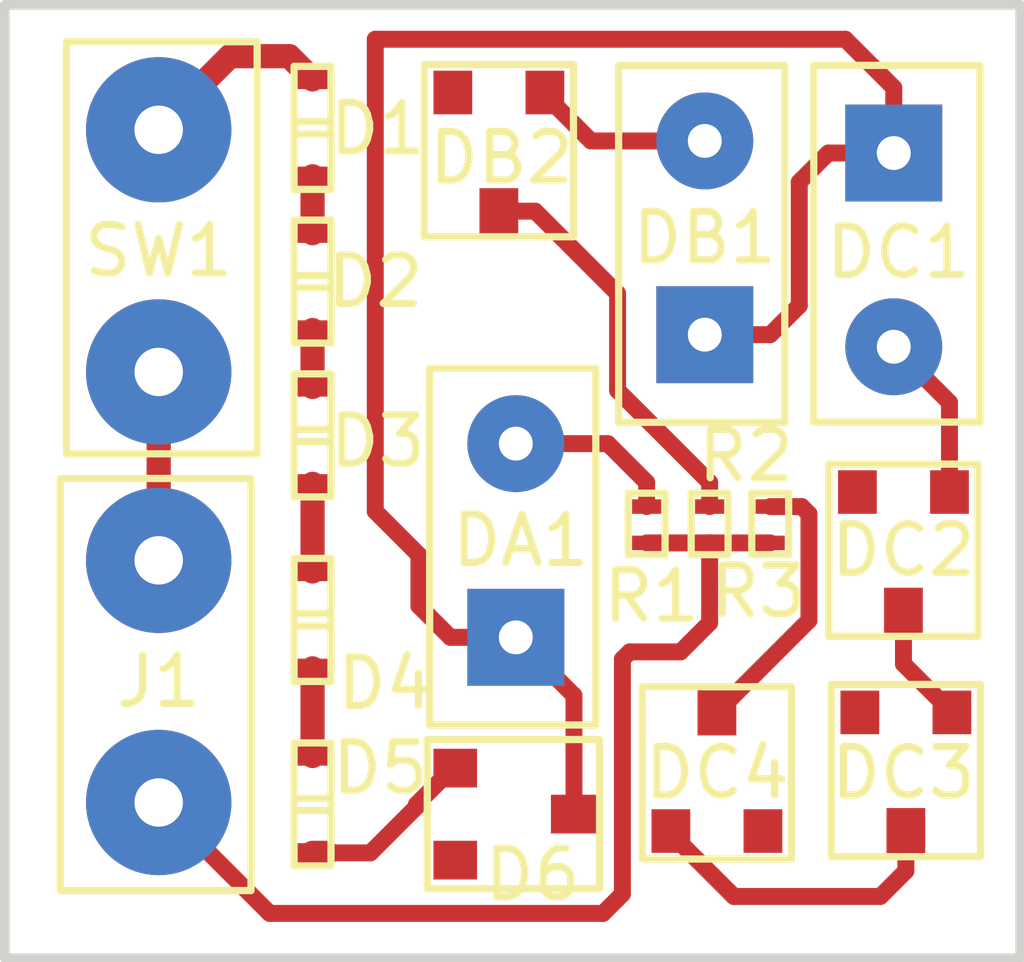
<source format=kicad_pcb>
(kicad_pcb (version 20171130) (host pcbnew "(5.0.1)-3")

  (general
    (thickness 1.6)
    (drawings 4)
    (tracks 64)
    (zones 0)
    (modules 18)
    (nets 17)
  )

  (page A4)
  (layers
    (0 F.Cu signal)
    (31 B.Cu signal)
    (32 B.Adhes user)
    (33 F.Adhes user)
    (34 B.Paste user)
    (35 F.Paste user)
    (36 B.SilkS user)
    (37 F.SilkS user)
    (38 B.Mask user)
    (39 F.Mask user)
    (40 Dwgs.User user)
    (41 Cmts.User user)
    (42 Eco1.User user)
    (43 Eco2.User user)
    (44 Edge.Cuts user)
    (45 Margin user)
    (46 B.CrtYd user)
    (47 F.CrtYd user)
    (48 B.Fab user)
    (49 F.Fab user)
  )

  (setup
    (last_trace_width 0.35)
    (trace_clearance 0.2)
    (zone_clearance 0.508)
    (zone_45_only no)
    (trace_min 0.2)
    (segment_width 0.2)
    (edge_width 0.2)
    (via_size 0.8)
    (via_drill 0.4)
    (via_min_size 0.4)
    (via_min_drill 0.3)
    (uvia_size 0.3)
    (uvia_drill 0.1)
    (uvias_allowed no)
    (uvia_min_size 0.2)
    (uvia_min_drill 0.1)
    (pcb_text_width 0.3)
    (pcb_text_size 1.5 1.5)
    (mod_edge_width 0.15)
    (mod_text_size 1 1)
    (mod_text_width 0.15)
    (pad_size 1.5 1.5)
    (pad_drill 0.6)
    (pad_to_mask_clearance 0)
    (aux_axis_origin 0 0)
    (visible_elements FFFFFF7F)
    (pcbplotparams
      (layerselection 0x010fc_ffffffff)
      (usegerberextensions false)
      (usegerberattributes false)
      (usegerberadvancedattributes false)
      (creategerberjobfile false)
      (excludeedgelayer true)
      (linewidth 0.100000)
      (plotframeref false)
      (viasonmask false)
      (mode 1)
      (useauxorigin false)
      (hpglpennumber 1)
      (hpglpenspeed 20)
      (hpglpendiameter 15.000000)
      (psnegative false)
      (psa4output false)
      (plotreference true)
      (plotvalue true)
      (plotinvisibletext false)
      (padsonsilk false)
      (subtractmaskfromsilk false)
      (outputformat 1)
      (mirror false)
      (drillshape 1)
      (scaleselection 1)
      (outputdirectory ""))
  )

  (net 0 "")
  (net 1 "Net-(D1-Pad1)")
  (net 2 "Net-(D1-Pad2)")
  (net 3 "Net-(D2-Pad1)")
  (net 4 "Net-(D3-Pad1)")
  (net 5 "Net-(D4-Pad1)")
  (net 6 "Net-(D5-Pad1)")
  (net 7 "Net-(D6-Pad2)")
  (net 8 "Net-(DA1-Pad1)")
  (net 9 "Net-(DB1-Pad1)")
  (net 10 "Net-(DB2-Pad2)")
  (net 11 "Net-(DC1-Pad1)")
  (net 12 "Net-(DC2-Pad2)")
  (net 13 "Net-(DC3-Pad2)")
  (net 14 "Net-(DC4-Pad2)")
  (net 15 "Net-(J1-Pad1)")
  (net 16 "Net-(J1-Pad2)")

  (net_class Default "This is the default net class."
    (clearance 0.2)
    (trace_width 0.35)
    (via_dia 0.8)
    (via_drill 0.4)
    (uvia_dia 0.3)
    (uvia_drill 0.1)
    (add_net "Net-(D1-Pad1)")
    (add_net "Net-(D1-Pad2)")
    (add_net "Net-(D2-Pad1)")
    (add_net "Net-(D3-Pad1)")
    (add_net "Net-(D4-Pad1)")
    (add_net "Net-(D5-Pad1)")
    (add_net "Net-(D6-Pad2)")
    (add_net "Net-(DA1-Pad1)")
    (add_net "Net-(DB1-Pad1)")
    (add_net "Net-(DB2-Pad2)")
    (add_net "Net-(DC1-Pad1)")
    (add_net "Net-(DC2-Pad2)")
    (add_net "Net-(DC3-Pad2)")
    (add_net "Net-(DC4-Pad2)")
    (add_net "Net-(J1-Pad1)")
    (add_net "Net-(J1-Pad2)")
  )

  (module "Battery_Power_Level:LW514 (LED 3.2V)" (layer F.Cu) (tedit 5C7E3B46) (tstamp 5C7E3A4C)
    (at 150.3 114.4 90)
    (path /5C7E219C)
    (fp_text reference DA1 (at 0 0.1 180) (layer F.SilkS)
      (effects (font (size 1 1) (thickness 0.15)))
    )
    (fp_text value LED (at 0 -3.683 90) (layer F.Fab) hide
      (effects (font (size 1 1) (thickness 0.15)))
    )
    (fp_line (start -3.81 -1.778) (end -3.556 -1.778) (layer F.SilkS) (width 0.15))
    (fp_line (start -3.81 1.651) (end -3.81 -1.778) (layer F.SilkS) (width 0.15))
    (fp_line (start 3.556 1.651) (end -3.81 1.651) (layer F.SilkS) (width 0.15))
    (fp_line (start 3.556 -1.778) (end 3.556 1.651) (layer F.SilkS) (width 0.15))
    (fp_line (start -3.556 -1.778) (end 3.556 -1.778) (layer F.SilkS) (width 0.15))
    (pad 2 thru_hole rect (at -2 0 90) (size 2 2) (drill 0.7) (layers *.Cu *.Mask)
      (net 7 "Net-(D6-Pad2)"))
    (pad 1 thru_hole circle (at 2 0 90) (size 2 2) (drill 0.7) (layers *.Cu *.Mask)
      (net 8 "Net-(DA1-Pad1)"))
  )

  (module "Battery_Power_Level:MMBD914L (DIODE 0.77V)" (layer F.Cu) (tedit 5C7E3DEC) (tstamp 5C7E4E2B)
    (at 158.3 112.95 180)
    (path /5C7E2B18)
    (fp_text reference DC2 (at 0 -1.65 180) (layer F.SilkS)
      (effects (font (size 1 1) (thickness 0.15)))
    )
    (fp_text value DIODE (at 0 -4.191 180) (layer F.Fab) hide
      (effects (font (size 1 1) (thickness 0.15)))
    )
    (fp_line (start 1.54 -3.429) (end 1.54 0.127) (layer F.SilkS) (width 0.15))
    (fp_line (start -1.54 0.127) (end 1.54 0.127) (layer F.SilkS) (width 0.15))
    (fp_line (start -1.54 -3.429) (end 1.54 -3.429) (layer F.SilkS) (width 0.15))
    (fp_line (start -1.54 0.127) (end -1.54 -3.429) (layer F.SilkS) (width 0.15))
    (pad 1 smd rect (at -0.95 -0.45 180) (size 0.8 0.9) (layers F.Cu F.Paste F.Mask)
      (net 11 "Net-(DC1-Pad1)"))
    (pad NC smd rect (at 0.95 -0.45 180) (size 0.8 0.9) (layers F.Cu F.Paste F.Mask))
    (pad 2 smd rect (at 0 -2.9 180) (size 0.8 0.95) (layers F.Cu F.Paste F.Mask)
      (net 12 "Net-(DC2-Pad2)"))
  )

  (module Battery_Power_Level:Connector (layer F.Cu) (tedit 5C7E397F) (tstamp 5C7E3A98)
    (at 142.93 117.31 270)
    (path /5C7E4112)
    (fp_text reference J1 (at 0 0) (layer F.SilkS)
      (effects (font (size 1 1) (thickness 0.15)))
    )
    (fp_text value Conn_01x02_Male (at 0 -3.429 270) (layer F.Fab) hide
      (effects (font (size 1 1) (thickness 0.15)))
    )
    (fp_line (start -4.191 -1.905) (end 4.318 -1.905) (layer F.SilkS) (width 0.15))
    (fp_line (start 4.318 -1.905) (end 4.318 2.032) (layer F.SilkS) (width 0.15))
    (fp_line (start 4.318 2.032) (end -4.191 2.032) (layer F.SilkS) (width 0.15))
    (fp_line (start -4.191 2.032) (end -4.191 -1.905) (layer F.SilkS) (width 0.15))
    (pad 1 thru_hole circle (at -2.5 0 270) (size 3 3) (drill 1) (layers *.Cu *.Mask)
      (net 15 "Net-(J1-Pad1)"))
    (pad 2 thru_hole circle (at 2.5 0 270) (size 3 3) (drill 1) (layers *.Cu *.Mask)
      (net 16 "Net-(J1-Pad2)"))
  )

  (module "Battery_Power_Level:LTST-C191KGKT (LED 2V)" (layer F.Cu) (tedit 5C7E3FF8) (tstamp 5C7E3A02)
    (at 146.105 105.88 180)
    (path /5C7E1E39)
    (fp_text reference D1 (at -1.345 -0.02 180) (layer F.SilkS)
      (effects (font (size 1 1) (thickness 0.15)))
    )
    (fp_text value LED (at 0 -2.413 180) (layer F.Fab) hide
      (effects (font (size 1 1) (thickness 0.15)))
    )
    (fp_line (start -0.381 -1.27) (end 0.381 -1.27) (layer F.SilkS) (width 0.15))
    (fp_line (start 0.381 -1.27) (end 0.381 1.27) (layer F.SilkS) (width 0.15))
    (fp_line (start 0.381 1.27) (end -0.381 1.27) (layer F.SilkS) (width 0.15))
    (fp_line (start -0.381 1.27) (end -0.381 -1.27) (layer F.SilkS) (width 0.15))
    (fp_line (start -0.381 -0.127) (end 0.381 -0.127) (layer F.SilkS) (width 0.15))
    (fp_line (start 0.381 -0.127) (end 0.381 0.127) (layer F.SilkS) (width 0.15))
    (fp_line (start 0.381 0.127) (end -0.381 0.127) (layer F.SilkS) (width 0.15))
    (pad 1 smd rect (at 0 -1 180) (size 0.8 0.4) (layers F.Cu F.Paste F.Mask)
      (net 1 "Net-(D1-Pad1)"))
    (pad 2 smd rect (at 0 1 180) (size 0.8 0.4) (layers F.Cu F.Paste F.Mask)
      (net 2 "Net-(D1-Pad2)"))
  )

  (module "Battery_Power_Level:LTST-C191KGKT (LED 2V)" (layer F.Cu) (tedit 5C7E3A40) (tstamp 5C7E3A0F)
    (at 146.105 109.055 180)
    (path /5C7E1EB3)
    (fp_text reference D2 (at -1.295 0.005 180) (layer F.SilkS)
      (effects (font (size 1 1) (thickness 0.15)))
    )
    (fp_text value LED (at 0 -2.413 180) (layer F.Fab) hide
      (effects (font (size 1 1) (thickness 0.15)))
    )
    (fp_line (start -0.381 -1.27) (end 0.381 -1.27) (layer F.SilkS) (width 0.15))
    (fp_line (start 0.381 -1.27) (end 0.381 1.27) (layer F.SilkS) (width 0.15))
    (fp_line (start 0.381 1.27) (end -0.381 1.27) (layer F.SilkS) (width 0.15))
    (fp_line (start -0.381 1.27) (end -0.381 -1.27) (layer F.SilkS) (width 0.15))
    (fp_line (start -0.381 -0.127) (end 0.381 -0.127) (layer F.SilkS) (width 0.15))
    (fp_line (start 0.381 -0.127) (end 0.381 0.127) (layer F.SilkS) (width 0.15))
    (fp_line (start 0.381 0.127) (end -0.381 0.127) (layer F.SilkS) (width 0.15))
    (pad 1 smd rect (at 0 -1 180) (size 0.8 0.4) (layers F.Cu F.Paste F.Mask)
      (net 3 "Net-(D2-Pad1)"))
    (pad 2 smd rect (at 0 1 180) (size 0.8 0.4) (layers F.Cu F.Paste F.Mask)
      (net 1 "Net-(D1-Pad1)"))
  )

  (module "Battery_Power_Level:LTST-C191KGKT (LED 2V)" (layer F.Cu) (tedit 5C7E3A55) (tstamp 5C7E3A1C)
    (at 146.105 112.23 180)
    (path /5C7E1F3C)
    (fp_text reference D3 (at -1.345 -0.12 180) (layer F.SilkS)
      (effects (font (size 1 1) (thickness 0.15)))
    )
    (fp_text value LED (at 0 -2.413 180) (layer F.Fab) hide
      (effects (font (size 1 1) (thickness 0.15)))
    )
    (fp_line (start 0.381 0.127) (end -0.381 0.127) (layer F.SilkS) (width 0.15))
    (fp_line (start 0.381 -0.127) (end 0.381 0.127) (layer F.SilkS) (width 0.15))
    (fp_line (start -0.381 -0.127) (end 0.381 -0.127) (layer F.SilkS) (width 0.15))
    (fp_line (start -0.381 1.27) (end -0.381 -1.27) (layer F.SilkS) (width 0.15))
    (fp_line (start 0.381 1.27) (end -0.381 1.27) (layer F.SilkS) (width 0.15))
    (fp_line (start 0.381 -1.27) (end 0.381 1.27) (layer F.SilkS) (width 0.15))
    (fp_line (start -0.381 -1.27) (end 0.381 -1.27) (layer F.SilkS) (width 0.15))
    (pad 2 smd rect (at 0 1 180) (size 0.8 0.4) (layers F.Cu F.Paste F.Mask)
      (net 3 "Net-(D2-Pad1)"))
    (pad 1 smd rect (at 0 -1 180) (size 0.8 0.4) (layers F.Cu F.Paste F.Mask)
      (net 4 "Net-(D3-Pad1)"))
  )

  (module "Battery_Power_Level:LTST-C191KGKT (LED 2V)" (layer F.Cu) (tedit 5C7E3A63) (tstamp 5C7E3A29)
    (at 146.105 116.04 180)
    (path /5C7E1FC0)
    (fp_text reference D4 (at -1.495 -1.31 180) (layer F.SilkS)
      (effects (font (size 1 1) (thickness 0.15)))
    )
    (fp_text value LED (at 0 -2.413 180) (layer F.Fab) hide
      (effects (font (size 1 1) (thickness 0.15)))
    )
    (fp_line (start -0.381 -1.27) (end 0.381 -1.27) (layer F.SilkS) (width 0.15))
    (fp_line (start 0.381 -1.27) (end 0.381 1.27) (layer F.SilkS) (width 0.15))
    (fp_line (start 0.381 1.27) (end -0.381 1.27) (layer F.SilkS) (width 0.15))
    (fp_line (start -0.381 1.27) (end -0.381 -1.27) (layer F.SilkS) (width 0.15))
    (fp_line (start -0.381 -0.127) (end 0.381 -0.127) (layer F.SilkS) (width 0.15))
    (fp_line (start 0.381 -0.127) (end 0.381 0.127) (layer F.SilkS) (width 0.15))
    (fp_line (start 0.381 0.127) (end -0.381 0.127) (layer F.SilkS) (width 0.15))
    (pad 1 smd rect (at 0 -1 180) (size 0.8 0.4) (layers F.Cu F.Paste F.Mask)
      (net 5 "Net-(D4-Pad1)"))
    (pad 2 smd rect (at 0 1 180) (size 0.8 0.4) (layers F.Cu F.Paste F.Mask)
      (net 4 "Net-(D3-Pad1)"))
  )

  (module "Battery_Power_Level:LTST-C191KGKT (LED 2V)" (layer F.Cu) (tedit 5C7E3A72) (tstamp 5C7E3A36)
    (at 146.105 119.85 180)
    (path /5C7E2043)
    (fp_text reference D5 (at -1.395 0.75 180) (layer F.SilkS)
      (effects (font (size 1 1) (thickness 0.15)))
    )
    (fp_text value LED (at 0 -2.413 180) (layer F.Fab) hide
      (effects (font (size 1 1) (thickness 0.15)))
    )
    (fp_line (start 0.381 0.127) (end -0.381 0.127) (layer F.SilkS) (width 0.15))
    (fp_line (start 0.381 -0.127) (end 0.381 0.127) (layer F.SilkS) (width 0.15))
    (fp_line (start -0.381 -0.127) (end 0.381 -0.127) (layer F.SilkS) (width 0.15))
    (fp_line (start -0.381 1.27) (end -0.381 -1.27) (layer F.SilkS) (width 0.15))
    (fp_line (start 0.381 1.27) (end -0.381 1.27) (layer F.SilkS) (width 0.15))
    (fp_line (start 0.381 -1.27) (end 0.381 1.27) (layer F.SilkS) (width 0.15))
    (fp_line (start -0.381 -1.27) (end 0.381 -1.27) (layer F.SilkS) (width 0.15))
    (pad 2 smd rect (at 0 1 180) (size 0.8 0.4) (layers F.Cu F.Paste F.Mask)
      (net 5 "Net-(D4-Pad1)"))
    (pad 1 smd rect (at 0 -1 180) (size 0.8 0.4) (layers F.Cu F.Paste F.Mask)
      (net 6 "Net-(D5-Pad1)"))
  )

  (module "Battery_Power_Level:MMBD914L (DIODE 0.77V)" (layer F.Cu) (tedit 5C7E3AFB) (tstamp 5C7E3A41)
    (at 148.6 120.05 270)
    (path /5C7E24FA)
    (fp_text reference D6 (at 1.25 -2.05) (layer F.SilkS)
      (effects (font (size 1 1) (thickness 0.15)))
    )
    (fp_text value DIODE (at 0 -4.191 270) (layer F.Fab) hide
      (effects (font (size 1 1) (thickness 0.15)))
    )
    (fp_line (start -1.54 0.127) (end -1.54 -3.429) (layer F.SilkS) (width 0.15))
    (fp_line (start -1.54 -3.429) (end 1.54 -3.429) (layer F.SilkS) (width 0.15))
    (fp_line (start -1.54 0.127) (end 1.54 0.127) (layer F.SilkS) (width 0.15))
    (fp_line (start 1.54 -3.429) (end 1.54 0.127) (layer F.SilkS) (width 0.15))
    (pad 2 smd rect (at 0 -2.9 270) (size 0.8 0.95) (layers F.Cu F.Paste F.Mask)
      (net 7 "Net-(D6-Pad2)"))
    (pad NC smd rect (at 0.95 -0.45 270) (size 0.8 0.9) (layers F.Cu F.Paste F.Mask))
    (pad 1 smd rect (at -0.95 -0.45 270) (size 0.8 0.9) (layers F.Cu F.Paste F.Mask)
      (net 6 "Net-(D5-Pad1)"))
  )

  (module "Battery_Power_Level:LW514 (LED 3.2V)" (layer F.Cu) (tedit 5C7E3B17) (tstamp 5C7E3C6B)
    (at 154.2 108.15 90)
    (path /5C7E2132)
    (fp_text reference DB1 (at 0 0 180) (layer F.SilkS)
      (effects (font (size 1 1) (thickness 0.15)))
    )
    (fp_text value LED (at 0 -3.683 90) (layer F.Fab) hide
      (effects (font (size 1 1) (thickness 0.15)))
    )
    (fp_line (start -3.556 -1.778) (end 3.556 -1.778) (layer F.SilkS) (width 0.15))
    (fp_line (start 3.556 -1.778) (end 3.556 1.651) (layer F.SilkS) (width 0.15))
    (fp_line (start 3.556 1.651) (end -3.81 1.651) (layer F.SilkS) (width 0.15))
    (fp_line (start -3.81 1.651) (end -3.81 -1.778) (layer F.SilkS) (width 0.15))
    (fp_line (start -3.81 -1.778) (end -3.556 -1.778) (layer F.SilkS) (width 0.15))
    (pad 1 thru_hole circle (at 2 0 90) (size 2 2) (drill 0.7) (layers *.Cu *.Mask)
      (net 9 "Net-(DB1-Pad1)"))
    (pad 2 thru_hole rect (at -2 0 90) (size 2 2) (drill 0.7) (layers *.Cu *.Mask)
      (net 7 "Net-(D6-Pad2)"))
  )

  (module "Battery_Power_Level:MMBD914L (DIODE 0.77V)" (layer F.Cu) (tedit 5C7E3C10) (tstamp 5C7E46E2)
    (at 149.95 104.7 180)
    (path /5C7E2450)
    (fp_text reference DB2 (at -0.05 -1.8 180) (layer F.SilkS)
      (effects (font (size 1 1) (thickness 0.15)))
    )
    (fp_text value DIODE (at 0 -4.191 180) (layer F.Fab) hide
      (effects (font (size 1 1) (thickness 0.15)))
    )
    (fp_line (start 1.54 -3.429) (end 1.54 0.127) (layer F.SilkS) (width 0.15))
    (fp_line (start -1.54 0.127) (end 1.54 0.127) (layer F.SilkS) (width 0.15))
    (fp_line (start -1.54 -3.429) (end 1.54 -3.429) (layer F.SilkS) (width 0.15))
    (fp_line (start -1.54 0.127) (end -1.54 -3.429) (layer F.SilkS) (width 0.15))
    (pad 1 smd rect (at -0.95 -0.45 180) (size 0.8 0.9) (layers F.Cu F.Paste F.Mask)
      (net 9 "Net-(DB1-Pad1)"))
    (pad NC smd rect (at 0.95 -0.45 180) (size 0.8 0.9) (layers F.Cu F.Paste F.Mask))
    (pad 2 smd rect (at 0 -2.9 180) (size 0.8 0.95) (layers F.Cu F.Paste F.Mask)
      (net 10 "Net-(DB2-Pad2)"))
  )

  (module "Battery_Power_Level:LW514 (LED 3.2V)" (layer F.Cu) (tedit 5C7E3BCB) (tstamp 5C7E3A6D)
    (at 158.1 108.4 270)
    (path /5C7E2219)
    (fp_text reference DC1 (at 0.05 -0.1) (layer F.SilkS)
      (effects (font (size 1 1) (thickness 0.15)))
    )
    (fp_text value LED (at 0 -3.683 270) (layer F.Fab) hide
      (effects (font (size 1 1) (thickness 0.15)))
    )
    (fp_line (start -3.556 -1.778) (end 3.556 -1.778) (layer F.SilkS) (width 0.15))
    (fp_line (start 3.556 -1.778) (end 3.556 1.651) (layer F.SilkS) (width 0.15))
    (fp_line (start 3.556 1.651) (end -3.81 1.651) (layer F.SilkS) (width 0.15))
    (fp_line (start -3.81 1.651) (end -3.81 -1.778) (layer F.SilkS) (width 0.15))
    (fp_line (start -3.81 -1.778) (end -3.556 -1.778) (layer F.SilkS) (width 0.15))
    (pad 1 thru_hole circle (at 2 0 270) (size 2 2) (drill 0.7) (layers *.Cu *.Mask)
      (net 11 "Net-(DC1-Pad1)"))
    (pad 2 thru_hole rect (at -2 0 270) (size 2 2) (drill 0.7) (layers *.Cu *.Mask)
      (net 7 "Net-(D6-Pad2)"))
  )

  (module "Battery_Power_Level:MMBD914L (DIODE 0.77V)" (layer F.Cu) (tedit 5C7E3DEF) (tstamp 5C7E4AFE)
    (at 158.35 117.5 180)
    (path /5C7E2BD4)
    (fp_text reference DC3 (at 0.05 -1.7 180) (layer F.SilkS)
      (effects (font (size 1 1) (thickness 0.15)))
    )
    (fp_text value DIODE (at 0 -4.191 180) (layer F.Fab) hide
      (effects (font (size 1 1) (thickness 0.15)))
    )
    (fp_line (start -1.54 0.127) (end -1.54 -3.429) (layer F.SilkS) (width 0.15))
    (fp_line (start -1.54 -3.429) (end 1.54 -3.429) (layer F.SilkS) (width 0.15))
    (fp_line (start -1.54 0.127) (end 1.54 0.127) (layer F.SilkS) (width 0.15))
    (fp_line (start 1.54 -3.429) (end 1.54 0.127) (layer F.SilkS) (width 0.15))
    (pad 2 smd rect (at 0 -2.9 180) (size 0.8 0.95) (layers F.Cu F.Paste F.Mask)
      (net 13 "Net-(DC3-Pad2)"))
    (pad NC smd rect (at 0.95 -0.45 180) (size 0.8 0.9) (layers F.Cu F.Paste F.Mask))
    (pad 1 smd rect (at -0.95 -0.45 180) (size 0.8 0.9) (layers F.Cu F.Paste F.Mask)
      (net 12 "Net-(DC2-Pad2)"))
  )

  (module "Battery_Power_Level:MMBD914L (DIODE 0.77V)" (layer F.Cu) (tedit 5C7E3E8A) (tstamp 5C7E3A8E)
    (at 154.45 120.85)
    (path /5C7E2D00)
    (fp_text reference DC4 (at 0 -1.65) (layer F.SilkS)
      (effects (font (size 1 1) (thickness 0.15)))
    )
    (fp_text value DIODE (at 0 -4.191) (layer F.Fab) hide
      (effects (font (size 1 1) (thickness 0.15)))
    )
    (fp_line (start -1.54 0.127) (end -1.54 -3.429) (layer F.SilkS) (width 0.15))
    (fp_line (start -1.54 -3.429) (end 1.54 -3.429) (layer F.SilkS) (width 0.15))
    (fp_line (start -1.54 0.127) (end 1.54 0.127) (layer F.SilkS) (width 0.15))
    (fp_line (start 1.54 -3.429) (end 1.54 0.127) (layer F.SilkS) (width 0.15))
    (pad 2 smd rect (at 0 -2.9) (size 0.8 0.95) (layers F.Cu F.Paste F.Mask)
      (net 14 "Net-(DC4-Pad2)"))
    (pad NC smd rect (at 0.95 -0.45) (size 0.8 0.9) (layers F.Cu F.Paste F.Mask))
    (pad 1 smd rect (at -0.95 -0.45) (size 0.8 0.9) (layers F.Cu F.Paste F.Mask)
      (net 13 "Net-(DC3-Pad2)"))
  )

  (module "Battery_Power_Level:RC0402(resistors)" (layer F.Cu) (tedit 5C7E3CE2) (tstamp 5C7E3AA2)
    (at 153 113.55 270)
    (path /5C7E3D11)
    (fp_text reference R1 (at 2 -0.1) (layer F.SilkS)
      (effects (font (size 1 1) (thickness 0.15)))
    )
    (fp_text value 191 (at 1.27 -1.143 270) (layer F.Fab) hide
      (effects (font (size 1 1) (thickness 0.15)))
    )
    (fp_line (start -0.127 -0.381) (end 1.143 -0.381) (layer F.SilkS) (width 0.15))
    (fp_line (start 1.143 -0.381) (end 1.143 0.381) (layer F.SilkS) (width 0.15))
    (fp_line (start 1.143 0.381) (end -0.127 0.381) (layer F.SilkS) (width 0.15))
    (fp_line (start -0.127 0.381) (end -0.127 -0.381) (layer F.SilkS) (width 0.15))
    (pad 1 smd rect (at 0.15 0 270) (size 0.3 0.6) (layers F.Cu F.Paste F.Mask)
      (net 8 "Net-(DA1-Pad1)"))
    (pad 2 smd rect (at 0.9 0 270) (size 0.3 0.6) (layers F.Cu F.Paste F.Mask)
      (net 16 "Net-(J1-Pad2)"))
  )

  (module "Battery_Power_Level:RC0402(resistors)" (layer F.Cu) (tedit 5C7E3F13) (tstamp 5C7E3AAC)
    (at 154.3 113.55 270)
    (path /5C7E3CA1)
    (fp_text reference R2 (at -0.9 -0.75) (layer F.SilkS)
      (effects (font (size 1 1) (thickness 0.15)))
    )
    (fp_text value 147 (at 1.27 -1.143 270) (layer F.Fab) hide
      (effects (font (size 1 1) (thickness 0.15)))
    )
    (fp_line (start -0.127 0.381) (end -0.127 -0.381) (layer F.SilkS) (width 0.15))
    (fp_line (start 1.143 0.381) (end -0.127 0.381) (layer F.SilkS) (width 0.15))
    (fp_line (start 1.143 -0.381) (end 1.143 0.381) (layer F.SilkS) (width 0.15))
    (fp_line (start -0.127 -0.381) (end 1.143 -0.381) (layer F.SilkS) (width 0.15))
    (pad 2 smd rect (at 0.9 0 270) (size 0.3 0.6) (layers F.Cu F.Paste F.Mask)
      (net 16 "Net-(J1-Pad2)"))
    (pad 1 smd rect (at 0.15 0 270) (size 0.3 0.6) (layers F.Cu F.Paste F.Mask)
      (net 10 "Net-(DB2-Pad2)"))
  )

  (module "Battery_Power_Level:RC0402(resistors)" (layer F.Cu) (tedit 5C7E3E26) (tstamp 5C7E3AB6)
    (at 155.55 113.55 270)
    (path /5C7E3C3D)
    (fp_text reference R3 (at 1.9 0.25) (layer F.SilkS)
      (effects (font (size 1 1) (thickness 0.15)))
    )
    (fp_text value 57.6 (at 1.27 -1.143 270) (layer F.Fab) hide
      (effects (font (size 1 1) (thickness 0.15)))
    )
    (fp_line (start -0.127 -0.381) (end 1.143 -0.381) (layer F.SilkS) (width 0.15))
    (fp_line (start 1.143 -0.381) (end 1.143 0.381) (layer F.SilkS) (width 0.15))
    (fp_line (start 1.143 0.381) (end -0.127 0.381) (layer F.SilkS) (width 0.15))
    (fp_line (start -0.127 0.381) (end -0.127 -0.381) (layer F.SilkS) (width 0.15))
    (pad 1 smd rect (at 0.15 0 270) (size 0.3 0.6) (layers F.Cu F.Paste F.Mask)
      (net 14 "Net-(DC4-Pad2)"))
    (pad 2 smd rect (at 0.9 0 270) (size 0.3 0.6) (layers F.Cu F.Paste F.Mask)
      (net 16 "Net-(J1-Pad2)"))
  )

  (module Battery_Power_Level:Connector (layer F.Cu) (tedit 5C7E3982) (tstamp 5C7E3AC0)
    (at 142.93 108.42 90)
    (path /5C7E695E)
    (fp_text reference SW1 (at 0 0 180) (layer F.SilkS)
      (effects (font (size 1 1) (thickness 0.15)))
    )
    (fp_text value SW_Push (at 0 -3.429 180) (layer F.Fab) hide
      (effects (font (size 1 1) (thickness 0.15)))
    )
    (fp_line (start -4.191 2.032) (end -4.191 -1.905) (layer F.SilkS) (width 0.15))
    (fp_line (start 4.318 2.032) (end -4.191 2.032) (layer F.SilkS) (width 0.15))
    (fp_line (start 4.318 -1.905) (end 4.318 2.032) (layer F.SilkS) (width 0.15))
    (fp_line (start -4.191 -1.905) (end 4.318 -1.905) (layer F.SilkS) (width 0.15))
    (pad 2 thru_hole circle (at 2.5 0 90) (size 3 3) (drill 1) (layers *.Cu *.Mask)
      (net 2 "Net-(D1-Pad2)"))
    (pad 1 thru_hole circle (at -2.5 0 90) (size 3 3) (drill 1) (layers *.Cu *.Mask)
      (net 15 "Net-(J1-Pad1)"))
  )

  (gr_line (start 160.71 123.025) (end 139.755 123.025) (layer Edge.Cuts) (width 0.2))
  (gr_line (start 160.71 103.34) (end 160.71 123.025) (layer Edge.Cuts) (width 0.2))
  (gr_line (start 139.755 103.34) (end 160.71 103.34) (layer Edge.Cuts) (width 0.2))
  (gr_line (start 139.755 103.34) (end 139.755 123.025) (layer Edge.Cuts) (width 0.2))

  (segment (start 146.105 106.88) (end 146.105 108.055) (width 0.5) (layer F.Cu) (net 1))
  (segment (start 145.625 104.4) (end 146.105 104.88) (width 0.5) (layer F.Cu) (net 2))
  (segment (start 144.4 104.4) (end 145.625 104.4) (width 0.5) (layer F.Cu) (net 2))
  (segment (start 142.93 105.92) (end 142.93 105.87) (width 0.5) (layer F.Cu) (net 2))
  (segment (start 142.93 105.87) (end 144.4 104.4) (width 0.5) (layer F.Cu) (net 2))
  (segment (start 146.105 110.055) (end 146.105 111.23) (width 0.5) (layer F.Cu) (net 3))
  (segment (start 146.105 113.23) (end 146.105 115.04) (width 0.5) (layer F.Cu) (net 4))
  (segment (start 146.105 117.04) (end 146.105 118.85) (width 0.5) (layer F.Cu) (net 5))
  (segment (start 146.105 120.85) (end 146.4 120.85) (width 0.5) (layer F.Cu) (net 6))
  (segment (start 149 119.1) (end 149.05 119.1) (width 0.35) (layer F.Cu) (net 6))
  (segment (start 148.25 119.85) (end 149 119.1) (width 0.35) (layer F.Cu) (net 6))
  (segment (start 148.25 119.9) (end 148.25 119.85) (width 0.35) (layer F.Cu) (net 6))
  (segment (start 147.3 120.85) (end 148.25 119.9) (width 0.35) (layer F.Cu) (net 6))
  (segment (start 146.105 120.85) (end 147.3 120.85) (width 0.35) (layer F.Cu) (net 6))
  (segment (start 151.5 117.6) (end 150.3 116.4) (width 0.35) (layer F.Cu) (net 7))
  (segment (start 151.5 120.05) (end 151.5 117.6) (width 0.35) (layer F.Cu) (net 7))
  (segment (start 156.75 106.4) (end 156.15 107) (width 0.35) (layer F.Cu) (net 7))
  (segment (start 158.1 106.4) (end 156.75 106.4) (width 0.35) (layer F.Cu) (net 7))
  (segment (start 156.15 107) (end 156.15 109.55) (width 0.35) (layer F.Cu) (net 7))
  (segment (start 155.55 110.15) (end 154.2 110.15) (width 0.35) (layer F.Cu) (net 7))
  (segment (start 156.15 109.55) (end 155.55 110.15) (width 0.35) (layer F.Cu) (net 7))
  (segment (start 158.1 105.05) (end 158.1 106.4) (width 0.35) (layer F.Cu) (net 7))
  (segment (start 157.1 104.05) (end 158.1 105.05) (width 0.35) (layer F.Cu) (net 7))
  (segment (start 150.3 116.4) (end 148.95 116.4) (width 0.35) (layer F.Cu) (net 7))
  (segment (start 148.95 116.4) (end 148.3 115.75) (width 0.35) (layer F.Cu) (net 7))
  (segment (start 148.3 115.75) (end 148.3 114.7) (width 0.35) (layer F.Cu) (net 7))
  (segment (start 148.3 114.7) (end 147.4 113.8) (width 0.35) (layer F.Cu) (net 7))
  (segment (start 147.4 113.8) (end 147.4 104.05) (width 0.35) (layer F.Cu) (net 7))
  (segment (start 147.4 104.05) (end 157.1 104.05) (width 0.35) (layer F.Cu) (net 7))
  (segment (start 153 113.2) (end 153 113.7) (width 0.35) (layer F.Cu) (net 8))
  (segment (start 152.2 112.4) (end 153 113.2) (width 0.35) (layer F.Cu) (net 8))
  (segment (start 150.3 112.4) (end 152.2 112.4) (width 0.35) (layer F.Cu) (net 8))
  (segment (start 150.9 105.2) (end 150.9 105.15) (width 0.35) (layer F.Cu) (net 9))
  (segment (start 151.85 106.15) (end 150.9 105.2) (width 0.35) (layer F.Cu) (net 9))
  (segment (start 154.2 106.15) (end 151.85 106.15) (width 0.35) (layer F.Cu) (net 9))
  (segment (start 154.3 113.2) (end 154.3 113.7) (width 0.35) (layer F.Cu) (net 10))
  (segment (start 152.4 111.3) (end 154.3 113.2) (width 0.35) (layer F.Cu) (net 10))
  (segment (start 152.4 109.3) (end 152.4 111.3) (width 0.35) (layer F.Cu) (net 10))
  (segment (start 149.95 107.6) (end 150.7 107.6) (width 0.35) (layer F.Cu) (net 10))
  (segment (start 150.7 107.6) (end 152.4 109.3) (width 0.35) (layer F.Cu) (net 10))
  (segment (start 159.25 111.55) (end 158.1 110.4) (width 0.35) (layer F.Cu) (net 11))
  (segment (start 159.25 113.4) (end 159.25 111.55) (width 0.35) (layer F.Cu) (net 11))
  (segment (start 158.3 116.95) (end 159.3 117.95) (width 0.35) (layer F.Cu) (net 12))
  (segment (start 158.3 115.85) (end 158.3 116.95) (width 0.35) (layer F.Cu) (net 12))
  (segment (start 158.35 121.225) (end 157.825 121.75) (width 0.35) (layer F.Cu) (net 13))
  (segment (start 158.35 120.4) (end 158.35 121.225) (width 0.35) (layer F.Cu) (net 13))
  (segment (start 153.5 120.45) (end 153.5 120.4) (width 0.35) (layer F.Cu) (net 13))
  (segment (start 154.8 121.75) (end 153.5 120.45) (width 0.35) (layer F.Cu) (net 13))
  (segment (start 157.825 121.75) (end 154.8 121.75) (width 0.35) (layer F.Cu) (net 13))
  (segment (start 156.2 113.7) (end 156.35 113.85) (width 0.35) (layer F.Cu) (net 14))
  (segment (start 155.55 113.7) (end 156.2 113.7) (width 0.35) (layer F.Cu) (net 14))
  (segment (start 156.35 113.85) (end 156.35 116.05) (width 0.35) (layer F.Cu) (net 14))
  (segment (start 156.35 116.05) (end 154.45 117.95) (width 0.35) (layer F.Cu) (net 14))
  (segment (start 142.93 114.81) (end 142.93 110.92) (width 0.5) (layer F.Cu) (net 15))
  (segment (start 154.3 114.45) (end 153 114.45) (width 0.35) (layer F.Cu) (net 16))
  (segment (start 155.55 114.45) (end 154.3 114.45) (width 0.35) (layer F.Cu) (net 16))
  (segment (start 145.22 122.1) (end 142.93 119.81) (width 0.35) (layer F.Cu) (net 16))
  (segment (start 152.1 122.1) (end 145.22 122.1) (width 0.35) (layer F.Cu) (net 16))
  (segment (start 154.3 114.45) (end 154.3 116.1) (width 0.35) (layer F.Cu) (net 16))
  (segment (start 153.7 116.7) (end 152.65 116.7) (width 0.35) (layer F.Cu) (net 16))
  (segment (start 154.3 116.1) (end 153.7 116.7) (width 0.35) (layer F.Cu) (net 16))
  (segment (start 152.65 116.7) (end 152.5 116.85) (width 0.35) (layer F.Cu) (net 16))
  (segment (start 152.5 116.85) (end 152.5 121.7) (width 0.35) (layer F.Cu) (net 16))
  (segment (start 152.5 121.7) (end 152.1 122.1) (width 0.35) (layer F.Cu) (net 16))

)

</source>
